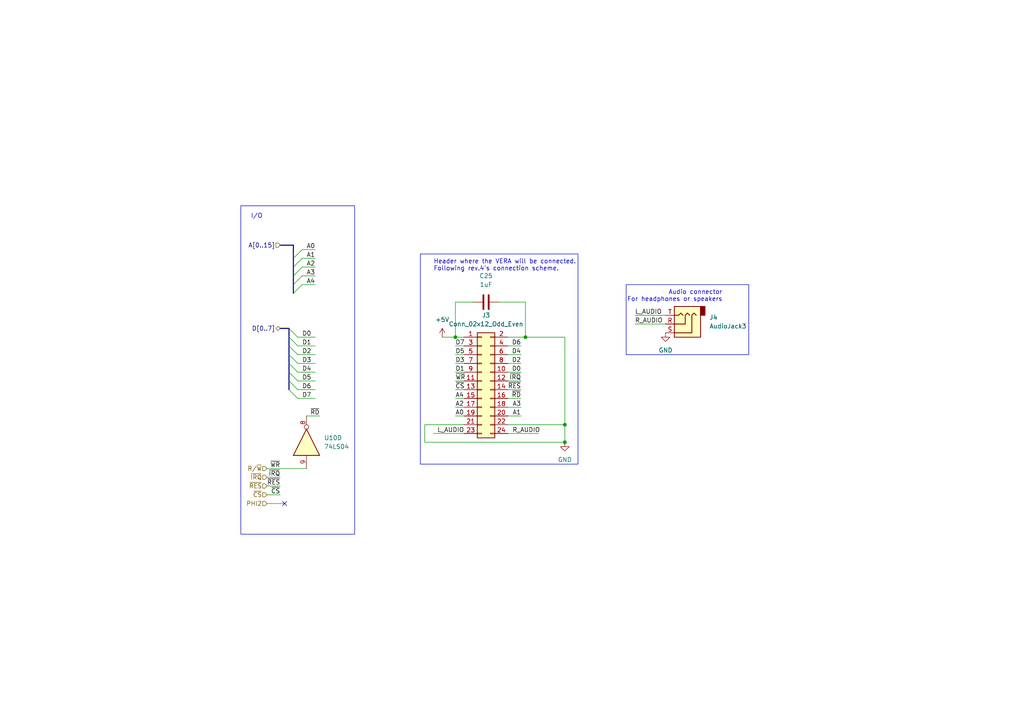
<source format=kicad_sch>
(kicad_sch (version 20230121) (generator eeschema)

  (uuid b35798e6-401a-4a3a-9508-7dd4809680e5)

  (paper "A4")

  (lib_symbols
    (symbol "74xx:74LS04" (in_bom yes) (on_board yes)
      (property "Reference" "U" (at 0 1.27 0)
        (effects (font (size 1.27 1.27)))
      )
      (property "Value" "74LS04" (at 0 -1.27 0)
        (effects (font (size 1.27 1.27)))
      )
      (property "Footprint" "" (at 0 0 0)
        (effects (font (size 1.27 1.27)) hide)
      )
      (property "Datasheet" "http://www.ti.com/lit/gpn/sn74LS04" (at 0 0 0)
        (effects (font (size 1.27 1.27)) hide)
      )
      (property "ki_locked" "" (at 0 0 0)
        (effects (font (size 1.27 1.27)))
      )
      (property "ki_keywords" "TTL not inv" (at 0 0 0)
        (effects (font (size 1.27 1.27)) hide)
      )
      (property "ki_description" "Hex Inverter" (at 0 0 0)
        (effects (font (size 1.27 1.27)) hide)
      )
      (property "ki_fp_filters" "DIP*W7.62mm* SSOP?14* TSSOP?14*" (at 0 0 0)
        (effects (font (size 1.27 1.27)) hide)
      )
      (symbol "74LS04_1_0"
        (polyline
          (pts
            (xy -3.81 3.81)
            (xy -3.81 -3.81)
            (xy 3.81 0)
            (xy -3.81 3.81)
          )
          (stroke (width 0.254) (type default))
          (fill (type background))
        )
        (pin input line (at -7.62 0 0) (length 3.81)
          (name "~" (effects (font (size 1.27 1.27))))
          (number "1" (effects (font (size 1.27 1.27))))
        )
        (pin output inverted (at 7.62 0 180) (length 3.81)
          (name "~" (effects (font (size 1.27 1.27))))
          (number "2" (effects (font (size 1.27 1.27))))
        )
      )
      (symbol "74LS04_2_0"
        (polyline
          (pts
            (xy -3.81 3.81)
            (xy -3.81 -3.81)
            (xy 3.81 0)
            (xy -3.81 3.81)
          )
          (stroke (width 0.254) (type default))
          (fill (type background))
        )
        (pin input line (at -7.62 0 0) (length 3.81)
          (name "~" (effects (font (size 1.27 1.27))))
          (number "3" (effects (font (size 1.27 1.27))))
        )
        (pin output inverted (at 7.62 0 180) (length 3.81)
          (name "~" (effects (font (size 1.27 1.27))))
          (number "4" (effects (font (size 1.27 1.27))))
        )
      )
      (symbol "74LS04_3_0"
        (polyline
          (pts
            (xy -3.81 3.81)
            (xy -3.81 -3.81)
            (xy 3.81 0)
            (xy -3.81 3.81)
          )
          (stroke (width 0.254) (type default))
          (fill (type background))
        )
        (pin input line (at -7.62 0 0) (length 3.81)
          (name "~" (effects (font (size 1.27 1.27))))
          (number "5" (effects (font (size 1.27 1.27))))
        )
        (pin output inverted (at 7.62 0 180) (length 3.81)
          (name "~" (effects (font (size 1.27 1.27))))
          (number "6" (effects (font (size 1.27 1.27))))
        )
      )
      (symbol "74LS04_4_0"
        (polyline
          (pts
            (xy -3.81 3.81)
            (xy -3.81 -3.81)
            (xy 3.81 0)
            (xy -3.81 3.81)
          )
          (stroke (width 0.254) (type default))
          (fill (type background))
        )
        (pin output inverted (at 7.62 0 180) (length 3.81)
          (name "~" (effects (font (size 1.27 1.27))))
          (number "8" (effects (font (size 1.27 1.27))))
        )
        (pin input line (at -7.62 0 0) (length 3.81)
          (name "~" (effects (font (size 1.27 1.27))))
          (number "9" (effects (font (size 1.27 1.27))))
        )
      )
      (symbol "74LS04_5_0"
        (polyline
          (pts
            (xy -3.81 3.81)
            (xy -3.81 -3.81)
            (xy 3.81 0)
            (xy -3.81 3.81)
          )
          (stroke (width 0.254) (type default))
          (fill (type background))
        )
        (pin output inverted (at 7.62 0 180) (length 3.81)
          (name "~" (effects (font (size 1.27 1.27))))
          (number "10" (effects (font (size 1.27 1.27))))
        )
        (pin input line (at -7.62 0 0) (length 3.81)
          (name "~" (effects (font (size 1.27 1.27))))
          (number "11" (effects (font (size 1.27 1.27))))
        )
      )
      (symbol "74LS04_6_0"
        (polyline
          (pts
            (xy -3.81 3.81)
            (xy -3.81 -3.81)
            (xy 3.81 0)
            (xy -3.81 3.81)
          )
          (stroke (width 0.254) (type default))
          (fill (type background))
        )
        (pin output inverted (at 7.62 0 180) (length 3.81)
          (name "~" (effects (font (size 1.27 1.27))))
          (number "12" (effects (font (size 1.27 1.27))))
        )
        (pin input line (at -7.62 0 0) (length 3.81)
          (name "~" (effects (font (size 1.27 1.27))))
          (number "13" (effects (font (size 1.27 1.27))))
        )
      )
      (symbol "74LS04_7_0"
        (pin power_in line (at 0 12.7 270) (length 5.08)
          (name "VCC" (effects (font (size 1.27 1.27))))
          (number "14" (effects (font (size 1.27 1.27))))
        )
        (pin power_in line (at 0 -12.7 90) (length 5.08)
          (name "GND" (effects (font (size 1.27 1.27))))
          (number "7" (effects (font (size 1.27 1.27))))
        )
      )
      (symbol "74LS04_7_1"
        (rectangle (start -5.08 7.62) (end 5.08 -7.62)
          (stroke (width 0.254) (type default))
          (fill (type background))
        )
      )
    )
    (symbol "Connector_Audio:AudioJack3" (in_bom yes) (on_board yes)
      (property "Reference" "J" (at 0 8.89 0)
        (effects (font (size 1.27 1.27)))
      )
      (property "Value" "AudioJack3" (at 0 6.35 0)
        (effects (font (size 1.27 1.27)))
      )
      (property "Footprint" "" (at 0 0 0)
        (effects (font (size 1.27 1.27)) hide)
      )
      (property "Datasheet" "~" (at 0 0 0)
        (effects (font (size 1.27 1.27)) hide)
      )
      (property "ki_keywords" "audio jack receptacle stereo headphones phones TRS connector" (at 0 0 0)
        (effects (font (size 1.27 1.27)) hide)
      )
      (property "ki_description" "Audio Jack, 3 Poles (Stereo / TRS)" (at 0 0 0)
        (effects (font (size 1.27 1.27)) hide)
      )
      (property "ki_fp_filters" "Jack*" (at 0 0 0)
        (effects (font (size 1.27 1.27)) hide)
      )
      (symbol "AudioJack3_0_1"
        (rectangle (start -5.08 -5.08) (end -6.35 -2.54)
          (stroke (width 0.254) (type default))
          (fill (type outline))
        )
        (polyline
          (pts
            (xy 0 -2.54)
            (xy 0.635 -3.175)
            (xy 1.27 -2.54)
            (xy 2.54 -2.54)
          )
          (stroke (width 0.254) (type default))
          (fill (type none))
        )
        (polyline
          (pts
            (xy -1.905 -2.54)
            (xy -1.27 -3.175)
            (xy -0.635 -2.54)
            (xy -0.635 0)
            (xy 2.54 0)
          )
          (stroke (width 0.254) (type default))
          (fill (type none))
        )
        (polyline
          (pts
            (xy 2.54 2.54)
            (xy -2.54 2.54)
            (xy -2.54 -2.54)
            (xy -3.175 -3.175)
            (xy -3.81 -2.54)
          )
          (stroke (width 0.254) (type default))
          (fill (type none))
        )
        (rectangle (start 2.54 3.81) (end -5.08 -5.08)
          (stroke (width 0.254) (type default))
          (fill (type background))
        )
      )
      (symbol "AudioJack3_1_1"
        (pin passive line (at 5.08 0 180) (length 2.54)
          (name "~" (effects (font (size 1.27 1.27))))
          (number "R" (effects (font (size 1.27 1.27))))
        )
        (pin passive line (at 5.08 2.54 180) (length 2.54)
          (name "~" (effects (font (size 1.27 1.27))))
          (number "S" (effects (font (size 1.27 1.27))))
        )
        (pin passive line (at 5.08 -2.54 180) (length 2.54)
          (name "~" (effects (font (size 1.27 1.27))))
          (number "T" (effects (font (size 1.27 1.27))))
        )
      )
    )
    (symbol "Connector_Generic:Conn_02x12_Odd_Even" (pin_names (offset 1.016) hide) (in_bom yes) (on_board yes)
      (property "Reference" "J" (at 1.27 15.24 0)
        (effects (font (size 1.27 1.27)))
      )
      (property "Value" "Conn_02x12_Odd_Even" (at 1.27 -17.78 0)
        (effects (font (size 1.27 1.27)))
      )
      (property "Footprint" "" (at 0 0 0)
        (effects (font (size 1.27 1.27)) hide)
      )
      (property "Datasheet" "~" (at 0 0 0)
        (effects (font (size 1.27 1.27)) hide)
      )
      (property "ki_keywords" "connector" (at 0 0 0)
        (effects (font (size 1.27 1.27)) hide)
      )
      (property "ki_description" "Generic connector, double row, 02x12, odd/even pin numbering scheme (row 1 odd numbers, row 2 even numbers), script generated (kicad-library-utils/schlib/autogen/connector/)" (at 0 0 0)
        (effects (font (size 1.27 1.27)) hide)
      )
      (property "ki_fp_filters" "Connector*:*_2x??_*" (at 0 0 0)
        (effects (font (size 1.27 1.27)) hide)
      )
      (symbol "Conn_02x12_Odd_Even_1_1"
        (rectangle (start -1.27 -15.113) (end 0 -15.367)
          (stroke (width 0.1524) (type default))
          (fill (type none))
        )
        (rectangle (start -1.27 -12.573) (end 0 -12.827)
          (stroke (width 0.1524) (type default))
          (fill (type none))
        )
        (rectangle (start -1.27 -10.033) (end 0 -10.287)
          (stroke (width 0.1524) (type default))
          (fill (type none))
        )
        (rectangle (start -1.27 -7.493) (end 0 -7.747)
          (stroke (width 0.1524) (type default))
          (fill (type none))
        )
        (rectangle (start -1.27 -4.953) (end 0 -5.207)
          (stroke (width 0.1524) (type default))
          (fill (type none))
        )
        (rectangle (start -1.27 -2.413) (end 0 -2.667)
          (stroke (width 0.1524) (type default))
          (fill (type none))
        )
        (rectangle (start -1.27 0.127) (end 0 -0.127)
          (stroke (width 0.1524) (type default))
          (fill (type none))
        )
        (rectangle (start -1.27 2.667) (end 0 2.413)
          (stroke (width 0.1524) (type default))
          (fill (type none))
        )
        (rectangle (start -1.27 5.207) (end 0 4.953)
          (stroke (width 0.1524) (type default))
          (fill (type none))
        )
        (rectangle (start -1.27 7.747) (end 0 7.493)
          (stroke (width 0.1524) (type default))
          (fill (type none))
        )
        (rectangle (start -1.27 10.287) (end 0 10.033)
          (stroke (width 0.1524) (type default))
          (fill (type none))
        )
        (rectangle (start -1.27 12.827) (end 0 12.573)
          (stroke (width 0.1524) (type default))
          (fill (type none))
        )
        (rectangle (start -1.27 13.97) (end 3.81 -16.51)
          (stroke (width 0.254) (type default))
          (fill (type background))
        )
        (rectangle (start 3.81 -15.113) (end 2.54 -15.367)
          (stroke (width 0.1524) (type default))
          (fill (type none))
        )
        (rectangle (start 3.81 -12.573) (end 2.54 -12.827)
          (stroke (width 0.1524) (type default))
          (fill (type none))
        )
        (rectangle (start 3.81 -10.033) (end 2.54 -10.287)
          (stroke (width 0.1524) (type default))
          (fill (type none))
        )
        (rectangle (start 3.81 -7.493) (end 2.54 -7.747)
          (stroke (width 0.1524) (type default))
          (fill (type none))
        )
        (rectangle (start 3.81 -4.953) (end 2.54 -5.207)
          (stroke (width 0.1524) (type default))
          (fill (type none))
        )
        (rectangle (start 3.81 -2.413) (end 2.54 -2.667)
          (stroke (width 0.1524) (type default))
          (fill (type none))
        )
        (rectangle (start 3.81 0.127) (end 2.54 -0.127)
          (stroke (width 0.1524) (type default))
          (fill (type none))
        )
        (rectangle (start 3.81 2.667) (end 2.54 2.413)
          (stroke (width 0.1524) (type default))
          (fill (type none))
        )
        (rectangle (start 3.81 5.207) (end 2.54 4.953)
          (stroke (width 0.1524) (type default))
          (fill (type none))
        )
        (rectangle (start 3.81 7.747) (end 2.54 7.493)
          (stroke (width 0.1524) (type default))
          (fill (type none))
        )
        (rectangle (start 3.81 10.287) (end 2.54 10.033)
          (stroke (width 0.1524) (type default))
          (fill (type none))
        )
        (rectangle (start 3.81 12.827) (end 2.54 12.573)
          (stroke (width 0.1524) (type default))
          (fill (type none))
        )
        (pin passive line (at -5.08 12.7 0) (length 3.81)
          (name "Pin_1" (effects (font (size 1.27 1.27))))
          (number "1" (effects (font (size 1.27 1.27))))
        )
        (pin passive line (at 7.62 2.54 180) (length 3.81)
          (name "Pin_10" (effects (font (size 1.27 1.27))))
          (number "10" (effects (font (size 1.27 1.27))))
        )
        (pin passive line (at -5.08 0 0) (length 3.81)
          (name "Pin_11" (effects (font (size 1.27 1.27))))
          (number "11" (effects (font (size 1.27 1.27))))
        )
        (pin passive line (at 7.62 0 180) (length 3.81)
          (name "Pin_12" (effects (font (size 1.27 1.27))))
          (number "12" (effects (font (size 1.27 1.27))))
        )
        (pin passive line (at -5.08 -2.54 0) (length 3.81)
          (name "Pin_13" (effects (font (size 1.27 1.27))))
          (number "13" (effects (font (size 1.27 1.27))))
        )
        (pin passive line (at 7.62 -2.54 180) (length 3.81)
          (name "Pin_14" (effects (font (size 1.27 1.27))))
          (number "14" (effects (font (size 1.27 1.27))))
        )
        (pin passive line (at -5.08 -5.08 0) (length 3.81)
          (name "Pin_15" (effects (font (size 1.27 1.27))))
          (number "15" (effects (font (size 1.27 1.27))))
        )
        (pin passive line (at 7.62 -5.08 180) (length 3.81)
          (name "Pin_16" (effects (font (size 1.27 1.27))))
          (number "16" (effects (font (size 1.27 1.27))))
        )
        (pin passive line (at -5.08 -7.62 0) (length 3.81)
          (name "Pin_17" (effects (font (size 1.27 1.27))))
          (number "17" (effects (font (size 1.27 1.27))))
        )
        (pin passive line (at 7.62 -7.62 180) (length 3.81)
          (name "Pin_18" (effects (font (size 1.27 1.27))))
          (number "18" (effects (font (size 1.27 1.27))))
        )
        (pin passive line (at -5.08 -10.16 0) (length 3.81)
          (name "Pin_19" (effects (font (size 1.27 1.27))))
          (number "19" (effects (font (size 1.27 1.27))))
        )
        (pin passive line (at 7.62 12.7 180) (length 3.81)
          (name "Pin_2" (effects (font (size 1.27 1.27))))
          (number "2" (effects (font (size 1.27 1.27))))
        )
        (pin passive line (at 7.62 -10.16 180) (length 3.81)
          (name "Pin_20" (effects (font (size 1.27 1.27))))
          (number "20" (effects (font (size 1.27 1.27))))
        )
        (pin passive line (at -5.08 -12.7 0) (length 3.81)
          (name "Pin_21" (effects (font (size 1.27 1.27))))
          (number "21" (effects (font (size 1.27 1.27))))
        )
        (pin passive line (at 7.62 -12.7 180) (length 3.81)
          (name "Pin_22" (effects (font (size 1.27 1.27))))
          (number "22" (effects (font (size 1.27 1.27))))
        )
        (pin passive line (at -5.08 -15.24 0) (length 3.81)
          (name "Pin_23" (effects (font (size 1.27 1.27))))
          (number "23" (effects (font (size 1.27 1.27))))
        )
        (pin passive line (at 7.62 -15.24 180) (length 3.81)
          (name "Pin_24" (effects (font (size 1.27 1.27))))
          (number "24" (effects (font (size 1.27 1.27))))
        )
        (pin passive line (at -5.08 10.16 0) (length 3.81)
          (name "Pin_3" (effects (font (size 1.27 1.27))))
          (number "3" (effects (font (size 1.27 1.27))))
        )
        (pin passive line (at 7.62 10.16 180) (length 3.81)
          (name "Pin_4" (effects (font (size 1.27 1.27))))
          (number "4" (effects (font (size 1.27 1.27))))
        )
        (pin passive line (at -5.08 7.62 0) (length 3.81)
          (name "Pin_5" (effects (font (size 1.27 1.27))))
          (number "5" (effects (font (size 1.27 1.27))))
        )
        (pin passive line (at 7.62 7.62 180) (length 3.81)
          (name "Pin_6" (effects (font (size 1.27 1.27))))
          (number "6" (effects (font (size 1.27 1.27))))
        )
        (pin passive line (at -5.08 5.08 0) (length 3.81)
          (name "Pin_7" (effects (font (size 1.27 1.27))))
          (number "7" (effects (font (size 1.27 1.27))))
        )
        (pin passive line (at 7.62 5.08 180) (length 3.81)
          (name "Pin_8" (effects (font (size 1.27 1.27))))
          (number "8" (effects (font (size 1.27 1.27))))
        )
        (pin passive line (at -5.08 2.54 0) (length 3.81)
          (name "Pin_9" (effects (font (size 1.27 1.27))))
          (number "9" (effects (font (size 1.27 1.27))))
        )
      )
    )
    (symbol "Device:C" (pin_numbers hide) (pin_names (offset 0.254)) (in_bom yes) (on_board yes)
      (property "Reference" "C" (at 0.635 2.54 0)
        (effects (font (size 1.27 1.27)) (justify left))
      )
      (property "Value" "C" (at 0.635 -2.54 0)
        (effects (font (size 1.27 1.27)) (justify left))
      )
      (property "Footprint" "" (at 0.9652 -3.81 0)
        (effects (font (size 1.27 1.27)) hide)
      )
      (property "Datasheet" "~" (at 0 0 0)
        (effects (font (size 1.27 1.27)) hide)
      )
      (property "ki_keywords" "cap capacitor" (at 0 0 0)
        (effects (font (size 1.27 1.27)) hide)
      )
      (property "ki_description" "Unpolarized capacitor" (at 0 0 0)
        (effects (font (size 1.27 1.27)) hide)
      )
      (property "ki_fp_filters" "C_*" (at 0 0 0)
        (effects (font (size 1.27 1.27)) hide)
      )
      (symbol "C_0_1"
        (polyline
          (pts
            (xy -2.032 -0.762)
            (xy 2.032 -0.762)
          )
          (stroke (width 0.508) (type default))
          (fill (type none))
        )
        (polyline
          (pts
            (xy -2.032 0.762)
            (xy 2.032 0.762)
          )
          (stroke (width 0.508) (type default))
          (fill (type none))
        )
      )
      (symbol "C_1_1"
        (pin passive line (at 0 3.81 270) (length 2.794)
          (name "~" (effects (font (size 1.27 1.27))))
          (number "1" (effects (font (size 1.27 1.27))))
        )
        (pin passive line (at 0 -3.81 90) (length 2.794)
          (name "~" (effects (font (size 1.27 1.27))))
          (number "2" (effects (font (size 1.27 1.27))))
        )
      )
    )
    (symbol "power:+5V" (power) (pin_names (offset 0)) (in_bom yes) (on_board yes)
      (property "Reference" "#PWR" (at 0 -3.81 0)
        (effects (font (size 1.27 1.27)) hide)
      )
      (property "Value" "+5V" (at 0 3.556 0)
        (effects (font (size 1.27 1.27)))
      )
      (property "Footprint" "" (at 0 0 0)
        (effects (font (size 1.27 1.27)) hide)
      )
      (property "Datasheet" "" (at 0 0 0)
        (effects (font (size 1.27 1.27)) hide)
      )
      (property "ki_keywords" "global power" (at 0 0 0)
        (effects (font (size 1.27 1.27)) hide)
      )
      (property "ki_description" "Power symbol creates a global label with name \"+5V\"" (at 0 0 0)
        (effects (font (size 1.27 1.27)) hide)
      )
      (symbol "+5V_0_1"
        (polyline
          (pts
            (xy -0.762 1.27)
            (xy 0 2.54)
          )
          (stroke (width 0) (type default))
          (fill (type none))
        )
        (polyline
          (pts
            (xy 0 0)
            (xy 0 2.54)
          )
          (stroke (width 0) (type default))
          (fill (type none))
        )
        (polyline
          (pts
            (xy 0 2.54)
            (xy 0.762 1.27)
          )
          (stroke (width 0) (type default))
          (fill (type none))
        )
      )
      (symbol "+5V_1_1"
        (pin power_in line (at 0 0 90) (length 0) hide
          (name "+5V" (effects (font (size 1.27 1.27))))
          (number "1" (effects (font (size 1.27 1.27))))
        )
      )
    )
    (symbol "power:GND" (power) (pin_names (offset 0)) (in_bom yes) (on_board yes)
      (property "Reference" "#PWR" (at 0 -6.35 0)
        (effects (font (size 1.27 1.27)) hide)
      )
      (property "Value" "GND" (at 0 -3.81 0)
        (effects (font (size 1.27 1.27)))
      )
      (property "Footprint" "" (at 0 0 0)
        (effects (font (size 1.27 1.27)) hide)
      )
      (property "Datasheet" "" (at 0 0 0)
        (effects (font (size 1.27 1.27)) hide)
      )
      (property "ki_keywords" "global power" (at 0 0 0)
        (effects (font (size 1.27 1.27)) hide)
      )
      (property "ki_description" "Power symbol creates a global label with name \"GND\" , ground" (at 0 0 0)
        (effects (font (size 1.27 1.27)) hide)
      )
      (symbol "GND_0_1"
        (polyline
          (pts
            (xy 0 0)
            (xy 0 -1.27)
            (xy 1.27 -1.27)
            (xy 0 -2.54)
            (xy -1.27 -1.27)
            (xy 0 -1.27)
          )
          (stroke (width 0) (type default))
          (fill (type none))
        )
      )
      (symbol "GND_1_1"
        (pin power_in line (at 0 0 270) (length 0) hide
          (name "GND" (effects (font (size 1.27 1.27))))
          (number "1" (effects (font (size 1.27 1.27))))
        )
      )
    )
  )

  (junction (at 152.4 97.79) (diameter 0) (color 0 0 0 0)
    (uuid 41463e9b-ea91-4ec4-87c8-3d02a904fa5a)
  )
  (junction (at 163.83 128.27) (diameter 0) (color 0 0 0 0)
    (uuid b379053c-b85f-4f52-815c-45c5d2c25b5f)
  )
  (junction (at 163.83 123.19) (diameter 0) (color 0 0 0 0)
    (uuid e9a4e8e8-66d3-45b5-adbb-01de9280d773)
  )
  (junction (at 132.08 97.79) (diameter 0) (color 0 0 0 0)
    (uuid ec188cf0-ad3b-4765-a5c1-b438a723e4dd)
  )

  (no_connect (at 82.55 146.05) (uuid 2a9720c1-1a45-4a25-a027-33f673e829fd))

  (bus_entry (at 86.36 100.33) (size -2.54 -2.54)
    (stroke (width 0) (type default))
    (uuid 09528df6-4d08-4fc6-97a1-1515d74e2d2f)
  )
  (bus_entry (at 86.36 113.03) (size -2.54 -2.54)
    (stroke (width 0) (type default))
    (uuid 1173b090-210b-422f-b37f-e169610187ba)
  )
  (bus_entry (at 86.36 110.49) (size -2.54 -2.54)
    (stroke (width 0) (type default))
    (uuid 1ec60afd-506a-4aaf-a919-238b227f2aa9)
  )
  (bus_entry (at 86.36 115.57) (size -2.54 -2.54)
    (stroke (width 0) (type default))
    (uuid 2b443ecb-876b-4bcf-9c31-9e12244e4997)
  )
  (bus_entry (at 87.63 74.93) (size -2.54 2.54)
    (stroke (width 0) (type default))
    (uuid 5283b07a-043e-4592-888e-56d86decaff0)
  )
  (bus_entry (at 87.63 72.39) (size -2.54 2.54)
    (stroke (width 0) (type default))
    (uuid 5aa132c8-43af-4837-beec-3854073fa4fc)
  )
  (bus_entry (at 87.63 82.55) (size -2.54 2.54)
    (stroke (width 0) (type default))
    (uuid 9fd59a3d-6cdf-4f79-87ff-c2b043975132)
  )
  (bus_entry (at 86.36 97.79) (size -2.54 -2.54)
    (stroke (width 0) (type default))
    (uuid bbca68c8-968e-4ce2-9dc4-7b43b29ae0bb)
  )
  (bus_entry (at 87.63 80.01) (size -2.54 2.54)
    (stroke (width 0) (type default))
    (uuid d4f38a15-7e6e-400b-996b-179a3f1cf36e)
  )
  (bus_entry (at 86.36 105.41) (size -2.54 -2.54)
    (stroke (width 0) (type default))
    (uuid d69db503-700e-4903-b5e4-0c08a78a1c57)
  )
  (bus_entry (at 86.36 107.95) (size -2.54 -2.54)
    (stroke (width 0) (type default))
    (uuid d95584b8-9512-4bfe-8e9b-5cf4208c8af7)
  )
  (bus_entry (at 86.36 102.87) (size -2.54 -2.54)
    (stroke (width 0) (type default))
    (uuid f2554b32-73cd-4e2c-926c-aaf913379228)
  )
  (bus_entry (at 87.63 77.47) (size -2.54 2.54)
    (stroke (width 0) (type default))
    (uuid f8c593a0-b5fe-42d4-847a-2859d436daa5)
  )

  (wire (pts (xy 147.32 105.41) (xy 151.13 105.41))
    (stroke (width 0) (type default))
    (uuid 01de5a0b-af7b-4f15-b057-6e1803acbde3)
  )
  (wire (pts (xy 132.08 107.95) (xy 134.62 107.95))
    (stroke (width 0) (type default))
    (uuid 029d5a6f-1945-4165-bf98-72cf96228864)
  )
  (wire (pts (xy 86.36 107.95) (xy 91.44 107.95))
    (stroke (width 0) (type default))
    (uuid 0eed1722-48f0-4438-82e7-00aba6e20db6)
  )
  (wire (pts (xy 132.08 110.49) (xy 134.62 110.49))
    (stroke (width 0) (type default))
    (uuid 15289ff4-02f8-48f0-80de-cf64d4782a36)
  )
  (wire (pts (xy 87.63 74.93) (xy 91.44 74.93))
    (stroke (width 0) (type default))
    (uuid 1a1c7112-1cc1-4d79-a440-c67bfbecee5c)
  )
  (wire (pts (xy 132.08 100.33) (xy 134.62 100.33))
    (stroke (width 0) (type default))
    (uuid 1b38ab6f-7720-488f-9e36-cb516363c0de)
  )
  (wire (pts (xy 132.08 120.65) (xy 134.62 120.65))
    (stroke (width 0) (type default))
    (uuid 201fe89f-29c0-4c8b-8ab0-e7b3f486ec67)
  )
  (wire (pts (xy 87.63 80.01) (xy 91.44 80.01))
    (stroke (width 0) (type default))
    (uuid 22f33519-aa3f-4a1f-b721-1125ac75e89e)
  )
  (wire (pts (xy 132.08 113.03) (xy 134.62 113.03))
    (stroke (width 0) (type default))
    (uuid 25518280-b7f0-4a92-9c11-f7cd824c64f1)
  )
  (bus (pts (xy 85.09 77.47) (xy 85.09 80.01))
    (stroke (width 0) (type default))
    (uuid 26cb6769-2f00-41da-9eaa-d61e06740fab)
  )

  (wire (pts (xy 87.63 72.39) (xy 91.44 72.39))
    (stroke (width 0) (type default))
    (uuid 28cfc020-520f-4e54-89ff-9c953904e8f5)
  )
  (wire (pts (xy 123.19 128.27) (xy 163.83 128.27))
    (stroke (width 0) (type default))
    (uuid 29dc4a23-6ecd-4ff2-94cd-b6ba0f9342f4)
  )
  (wire (pts (xy 163.83 97.79) (xy 152.4 97.79))
    (stroke (width 0) (type default))
    (uuid 2a6a924d-9e9d-4597-83f3-2f55b2d2409f)
  )
  (wire (pts (xy 147.32 125.73) (xy 156.21 125.73))
    (stroke (width 0) (type default))
    (uuid 2b15cdb4-ad28-4461-8190-45865b52429e)
  )
  (wire (pts (xy 144.78 87.63) (xy 152.4 87.63))
    (stroke (width 0) (type default))
    (uuid 2c74369c-21c3-41c9-b37d-1647d866cf38)
  )
  (wire (pts (xy 147.32 118.11) (xy 151.13 118.11))
    (stroke (width 0) (type default))
    (uuid 2fabdf2d-e61b-4b3e-8529-ec5e1ef545fc)
  )
  (wire (pts (xy 163.83 128.27) (xy 163.83 123.19))
    (stroke (width 0) (type default))
    (uuid 333d8121-1b25-487b-bceb-8e2af04990fd)
  )
  (wire (pts (xy 163.83 123.19) (xy 163.83 97.79))
    (stroke (width 0) (type default))
    (uuid 333ee1df-2e79-4e67-95af-0328fa5dc0c1)
  )
  (bus (pts (xy 85.09 74.93) (xy 85.09 77.47))
    (stroke (width 0) (type default))
    (uuid 37949eba-d7c1-4eb0-b1b4-bb306e22dfb2)
  )

  (wire (pts (xy 77.47 135.89) (xy 88.9 135.89))
    (stroke (width 0) (type default))
    (uuid 38bf2ede-1e00-4acb-b577-c5db9dbcf53f)
  )
  (wire (pts (xy 77.47 146.05) (xy 82.55 146.05))
    (stroke (width 0) (type default))
    (uuid 43ca4263-0172-447d-adea-1302a059c5b7)
  )
  (wire (pts (xy 128.27 97.79) (xy 132.08 97.79))
    (stroke (width 0) (type default))
    (uuid 44299e3b-7ee4-41a0-8fec-81d857f0c27a)
  )
  (wire (pts (xy 147.32 107.95) (xy 151.13 107.95))
    (stroke (width 0) (type default))
    (uuid 4d0993ba-bd8d-4675-8387-c9949aa798ea)
  )
  (bus (pts (xy 83.82 105.41) (xy 83.82 102.87))
    (stroke (width 0) (type default))
    (uuid 4fe68195-1662-4b1a-805b-410077df3d25)
  )

  (wire (pts (xy 91.44 105.41) (xy 86.36 105.41))
    (stroke (width 0) (type default))
    (uuid 64a77d0c-beaf-43dd-8ebc-b98731b48e73)
  )
  (wire (pts (xy 137.16 87.63) (xy 132.08 87.63))
    (stroke (width 0) (type default))
    (uuid 7a007b41-8d8d-4e11-a07f-33c6a4c7d312)
  )
  (wire (pts (xy 147.32 100.33) (xy 151.13 100.33))
    (stroke (width 0) (type default))
    (uuid 7f5d0c9b-645a-4352-8897-080f222aac9a)
  )
  (wire (pts (xy 123.19 123.19) (xy 134.62 123.19))
    (stroke (width 0) (type default))
    (uuid 8797f684-8329-4435-b3c7-3a6d98e03a6f)
  )
  (wire (pts (xy 184.15 93.98) (xy 193.04 93.98))
    (stroke (width 0) (type default))
    (uuid 88647542-ba48-413b-805e-21a794682b5c)
  )
  (wire (pts (xy 86.36 97.79) (xy 91.44 97.79))
    (stroke (width 0) (type default))
    (uuid 886eca98-d2a3-4fac-84b6-663ce136db26)
  )
  (bus (pts (xy 83.82 100.33) (xy 83.82 97.79))
    (stroke (width 0) (type default))
    (uuid 89a68dca-c951-4937-b2ab-7bb00b20ed60)
  )

  (wire (pts (xy 152.4 87.63) (xy 152.4 97.79))
    (stroke (width 0) (type default))
    (uuid 8b040ea9-d06c-4f32-b833-2c29818c8bbb)
  )
  (bus (pts (xy 85.09 71.12) (xy 85.09 74.93))
    (stroke (width 0) (type default))
    (uuid 93c210d2-eca4-4685-89f9-6d6f6f881257)
  )

  (wire (pts (xy 147.32 120.65) (xy 151.13 120.65))
    (stroke (width 0) (type default))
    (uuid 96703eb2-2f15-4d97-8fd0-401ff74b6732)
  )
  (wire (pts (xy 147.32 102.87) (xy 151.13 102.87))
    (stroke (width 0) (type default))
    (uuid 987fde0f-34f7-4406-8256-a14a30c80625)
  )
  (bus (pts (xy 83.82 95.25) (xy 81.28 95.25))
    (stroke (width 0) (type default))
    (uuid 9b0336e6-806b-4a0b-8900-c8772f5f1387)
  )

  (wire (pts (xy 86.36 102.87) (xy 91.44 102.87))
    (stroke (width 0) (type default))
    (uuid 9dd0bfcd-2a56-48d2-a867-c95c8f061199)
  )
  (wire (pts (xy 147.32 110.49) (xy 151.13 110.49))
    (stroke (width 0) (type default))
    (uuid a08b1eee-4695-4746-b10f-41b7aea46f27)
  )
  (wire (pts (xy 87.63 82.55) (xy 91.44 82.55))
    (stroke (width 0) (type default))
    (uuid a26bc762-9d01-4738-a770-83fdd6bea197)
  )
  (wire (pts (xy 123.19 128.27) (xy 123.19 123.19))
    (stroke (width 0) (type default))
    (uuid a2875f3c-9b95-416c-ab83-3cfc4fa287a9)
  )
  (wire (pts (xy 152.4 97.79) (xy 147.32 97.79))
    (stroke (width 0) (type default))
    (uuid a4193a59-32c6-4b03-8fd5-4767f0849067)
  )
  (wire (pts (xy 77.47 143.51) (xy 81.28 143.51))
    (stroke (width 0) (type default))
    (uuid aa016038-6758-4a44-adfd-7a33acc5c766)
  )
  (wire (pts (xy 88.9 120.65) (xy 92.71 120.65))
    (stroke (width 0) (type default))
    (uuid aef0bd38-15ae-4abb-93e9-e42b5c7daca0)
  )
  (wire (pts (xy 86.36 110.49) (xy 91.44 110.49))
    (stroke (width 0) (type default))
    (uuid b1e5c447-ad98-4beb-9112-6f8ec98a9880)
  )
  (bus (pts (xy 83.82 110.49) (xy 83.82 107.95))
    (stroke (width 0) (type default))
    (uuid ba1f09ff-844c-4d69-8c3c-91563ffa1578)
  )

  (wire (pts (xy 77.47 140.97) (xy 81.28 140.97))
    (stroke (width 0) (type default))
    (uuid bc04c8fe-59b8-40de-bf4c-c00c2998b48f)
  )
  (wire (pts (xy 132.08 115.57) (xy 134.62 115.57))
    (stroke (width 0) (type default))
    (uuid c5333321-95f3-496a-a696-43d080e5ce30)
  )
  (bus (pts (xy 83.82 97.79) (xy 83.82 95.25))
    (stroke (width 0) (type default))
    (uuid c848e09e-496a-4c0f-9e13-21e1d15718a1)
  )
  (bus (pts (xy 85.09 82.55) (xy 85.09 85.09))
    (stroke (width 0) (type default))
    (uuid c9afc83c-d6fa-4b3a-a1f8-f490c22d20b9)
  )
  (bus (pts (xy 83.82 102.87) (xy 83.82 100.33))
    (stroke (width 0) (type default))
    (uuid ca0ec053-851b-4049-b56b-06a9ba6eb971)
  )

  (wire (pts (xy 77.47 138.43) (xy 81.28 138.43))
    (stroke (width 0) (type default))
    (uuid d0b5f65c-39dc-4de2-8ff2-3e81a143d1de)
  )
  (wire (pts (xy 132.08 97.79) (xy 134.62 97.79))
    (stroke (width 0) (type default))
    (uuid d3bccb46-04a0-425c-b3fe-11e04ce5aef8)
  )
  (wire (pts (xy 91.44 100.33) (xy 86.36 100.33))
    (stroke (width 0) (type default))
    (uuid d498be28-57a2-44d2-9b20-f70ee6209ee4)
  )
  (bus (pts (xy 83.82 113.03) (xy 83.82 110.49))
    (stroke (width 0) (type default))
    (uuid d4e13d71-945f-4348-8330-07b7ab55a6f4)
  )
  (bus (pts (xy 85.09 80.01) (xy 85.09 82.55))
    (stroke (width 0) (type default))
    (uuid d8fba07c-3102-49d1-a9da-477663aac436)
  )

  (wire (pts (xy 86.36 113.03) (xy 91.44 113.03))
    (stroke (width 0) (type default))
    (uuid dd2ecc88-3678-48c8-a0a6-e1d649290cde)
  )
  (wire (pts (xy 132.08 118.11) (xy 134.62 118.11))
    (stroke (width 0) (type default))
    (uuid df14b31d-2a75-4a50-aa22-19255565f51d)
  )
  (wire (pts (xy 147.32 115.57) (xy 151.13 115.57))
    (stroke (width 0) (type default))
    (uuid e0edb1e8-4cba-4be6-b488-0a03c1b52395)
  )
  (wire (pts (xy 125.73 125.73) (xy 134.62 125.73))
    (stroke (width 0) (type default))
    (uuid e1919438-97f4-49de-965f-6eeff43220bd)
  )
  (bus (pts (xy 83.82 107.95) (xy 83.82 105.41))
    (stroke (width 0) (type default))
    (uuid e42196a2-498f-443b-be08-55ae32d68b18)
  )

  (wire (pts (xy 147.32 113.03) (xy 151.13 113.03))
    (stroke (width 0) (type default))
    (uuid e81cfd70-8909-4602-ad1d-e23cfb61a378)
  )
  (bus (pts (xy 85.09 71.12) (xy 81.28 71.12))
    (stroke (width 0) (type default))
    (uuid e84c6eb2-307e-4204-a4d0-adc7320e785a)
  )

  (wire (pts (xy 184.15 91.44) (xy 193.04 91.44))
    (stroke (width 0) (type default))
    (uuid e8df1639-8561-43f9-a78d-4d0a8c599406)
  )
  (wire (pts (xy 132.08 102.87) (xy 134.62 102.87))
    (stroke (width 0) (type default))
    (uuid e98e29c4-0de0-477a-aff8-7cfdd7033ef1)
  )
  (wire (pts (xy 132.08 87.63) (xy 132.08 97.79))
    (stroke (width 0) (type default))
    (uuid f090ff86-40f1-4f9d-9aa1-f6c5d683d35e)
  )
  (wire (pts (xy 132.08 105.41) (xy 134.62 105.41))
    (stroke (width 0) (type default))
    (uuid f0d11589-2aa4-48ee-85dd-f1398a71256e)
  )
  (wire (pts (xy 91.44 115.57) (xy 86.36 115.57))
    (stroke (width 0) (type default))
    (uuid f6d44d78-f542-4c45-baed-262c4ae42066)
  )
  (wire (pts (xy 147.32 123.19) (xy 163.83 123.19))
    (stroke (width 0) (type default))
    (uuid faba83ad-a60a-4a40-9bca-e0fd445af342)
  )
  (wire (pts (xy 87.63 77.47) (xy 91.44 77.47))
    (stroke (width 0) (type default))
    (uuid fd5039b5-beea-4798-b206-be5d48c89602)
  )

  (rectangle (start 121.92 73.66) (end 167.64 134.62)
    (stroke (width 0) (type default))
    (fill (type none))
    (uuid 8347a4c2-9e76-425f-91d0-7b9daf7c7af9)
  )
  (rectangle (start 181.61 82.55) (end 217.17 102.87)
    (stroke (width 0) (type default))
    (fill (type none))
    (uuid 952101ae-b86a-4857-8e9b-02ab73e4b9be)
  )
  (rectangle (start 69.85 59.69) (end 102.87 154.94)
    (stroke (width 0) (type default))
    (fill (type none))
    (uuid f8fe2318-496f-4159-b0e9-60a8cac185fd)
  )

  (text "Audio connector\nFor headphones or speakers" (at 209.55 87.63 0)
    (effects (font (size 1.27 1.27)) (justify right bottom))
    (uuid a88c745d-1656-49bd-8b02-4cd3b538daab)
  )
  (text "I/O" (at 76.2 63.5 0)
    (effects (font (size 1.27 1.27)) (justify right bottom))
    (uuid aefa804d-a929-42f3-8e6f-04b5f1347756)
  )
  (text "Header where the VERA will be connected.\nFollowing rev.4's connection scheme."
    (at 125.73 78.74 0)
    (effects (font (size 1.27 1.27)) (justify left bottom))
    (uuid bde6816b-1aca-4b06-ba18-05b3a5367bcd)
  )

  (label "~{WR}" (at 132.08 110.49 0) (fields_autoplaced)
    (effects (font (size 1.27 1.27)) (justify left bottom))
    (uuid 04db2326-6f16-4808-8112-0cb32dc670c3)
  )
  (label "D0" (at 87.63 97.79 0) (fields_autoplaced)
    (effects (font (size 1.27 1.27)) (justify left bottom))
    (uuid 0593c5c3-3533-470e-8e29-0fb9955e0801)
  )
  (label "A0" (at 88.9 72.39 0) (fields_autoplaced)
    (effects (font (size 1.27 1.27)) (justify left bottom))
    (uuid 1b137d39-ae04-430d-8044-85841499832f)
  )
  (label "~{WR}" (at 81.28 135.89 180) (fields_autoplaced)
    (effects (font (size 1.27 1.27)) (justify right bottom))
    (uuid 28df79ab-9a09-4c29-a95a-30956cc731d6)
  )
  (label "D7" (at 87.63 115.57 0) (fields_autoplaced)
    (effects (font (size 1.27 1.27)) (justify left bottom))
    (uuid 2efb68a2-a2e1-43a7-9221-9397c97c28d8)
  )
  (label "D1" (at 87.63 100.33 0) (fields_autoplaced)
    (effects (font (size 1.27 1.27)) (justify left bottom))
    (uuid 309fe741-9301-42d5-a12d-932cd0014d6f)
  )
  (label "A4" (at 88.9 82.55 0) (fields_autoplaced)
    (effects (font (size 1.27 1.27)) (justify left bottom))
    (uuid 32967f27-6d24-4226-b5b7-c000e33987d4)
  )
  (label "A2" (at 132.08 118.11 0) (fields_autoplaced)
    (effects (font (size 1.27 1.27)) (justify left bottom))
    (uuid 3c891a95-f750-4955-87a0-f04ecf0eb1bf)
  )
  (label "D3" (at 87.63 105.41 0) (fields_autoplaced)
    (effects (font (size 1.27 1.27)) (justify left bottom))
    (uuid 3f93b9b7-5dc0-4a80-8d7e-3fd55f5b55ae)
  )
  (label "R_AUDIO" (at 184.15 93.98 0) (fields_autoplaced)
    (effects (font (size 1.27 1.27)) (justify left bottom))
    (uuid 4558c605-141b-4fb2-8db5-66650e4d3c7e)
  )
  (label "R_AUDIO" (at 148.59 125.73 0) (fields_autoplaced)
    (effects (font (size 1.27 1.27)) (justify left bottom))
    (uuid 5fb4e987-2f13-484a-9251-1a7723624839)
  )
  (label "D5" (at 87.63 110.49 0) (fields_autoplaced)
    (effects (font (size 1.27 1.27)) (justify left bottom))
    (uuid 611564de-20c9-4176-b311-8c662651e219)
  )
  (label "~{RES}" (at 151.13 113.03 180) (fields_autoplaced)
    (effects (font (size 1.27 1.27)) (justify right bottom))
    (uuid 6340678e-18bb-4cd5-9ace-d24562e03a30)
  )
  (label "~{CS}" (at 81.28 143.51 180) (fields_autoplaced)
    (effects (font (size 1.27 1.27)) (justify right bottom))
    (uuid 72e6b97c-1c55-451f-9b5a-c28c7c9e5965)
  )
  (label "D6" (at 151.13 100.33 180) (fields_autoplaced)
    (effects (font (size 1.27 1.27)) (justify right bottom))
    (uuid 75a43134-a99c-4ffc-b379-c8685dfc9052)
  )
  (label "~{IRQ}" (at 81.28 138.43 180) (fields_autoplaced)
    (effects (font (size 1.27 1.27)) (justify right bottom))
    (uuid 79e5a617-33e3-4317-8e48-d4602c6f646a)
  )
  (label "A3" (at 88.9 80.01 0) (fields_autoplaced)
    (effects (font (size 1.27 1.27)) (justify left bottom))
    (uuid 806625f4-0d87-444b-aa8c-b4214770c963)
  )
  (label "A4" (at 132.08 115.57 0) (fields_autoplaced)
    (effects (font (size 1.27 1.27)) (justify left bottom))
    (uuid 8564e205-b33d-4769-bb09-d6ff3987ac37)
  )
  (label "D7" (at 132.08 100.33 0) (fields_autoplaced)
    (effects (font (size 1.27 1.27)) (justify left bottom))
    (uuid 8a5facb9-c39f-4bcf-853f-787acf3ce499)
  )
  (label "~{IRQ}" (at 151.13 110.49 180) (fields_autoplaced)
    (effects (font (size 1.27 1.27)) (justify right bottom))
    (uuid 8ea4019f-76be-4200-b986-83bf5a22e4b0)
  )
  (label "~{CS}" (at 132.08 113.03 0) (fields_autoplaced)
    (effects (font (size 1.27 1.27)) (justify left bottom))
    (uuid 8f56008a-9f1b-471f-8638-ad4f38461d97)
  )
  (label "D6" (at 87.63 113.03 0) (fields_autoplaced)
    (effects (font (size 1.27 1.27)) (justify left bottom))
    (uuid 9071b752-01d6-461c-a4e8-ade3173f9ead)
  )
  (label "A2" (at 88.9 77.47 0) (fields_autoplaced)
    (effects (font (size 1.27 1.27)) (justify left bottom))
    (uuid 92d48050-69fe-4a47-858d-2d11fe33040b)
  )
  (label "D3" (at 132.08 105.41 0) (fields_autoplaced)
    (effects (font (size 1.27 1.27)) (justify left bottom))
    (uuid a78c7735-fd66-437f-b3a0-87f1e2bbc75c)
  )
  (label "~{RD}" (at 92.71 120.65 180) (fields_autoplaced)
    (effects (font (size 1.27 1.27)) (justify right bottom))
    (uuid b5700002-6539-43d7-8943-831d37704efa)
  )
  (label "D2" (at 87.63 102.87 0) (fields_autoplaced)
    (effects (font (size 1.27 1.27)) (justify left bottom))
    (uuid c8417d31-0fd0-4d4e-9d9d-050bbd3b7a9f)
  )
  (label "~{RD}" (at 151.13 115.57 180) (fields_autoplaced)
    (effects (font (size 1.27 1.27)) (justify right bottom))
    (uuid c92e2b12-4858-4748-acb2-e86b79e38e3e)
  )
  (label "A3" (at 151.13 118.11 180) (fields_autoplaced)
    (effects (font (size 1.27 1.27)) (justify right bottom))
    (uuid ca3d37f5-7848-4ca9-bd95-cf825d3664c9)
  )
  (label "D4" (at 87.63 107.95 0) (fields_autoplaced)
    (effects (font (size 1.27 1.27)) (justify left bottom))
    (uuid cb3d2ffd-f55a-4e4f-ba97-364e2865d91b)
  )
  (label "A1" (at 88.9 74.93 0) (fields_autoplaced)
    (effects (font (size 1.27 1.27)) (justify left bottom))
    (uuid d9fbcc6f-cc76-4f7d-b10c-667e6956821e)
  )
  (label "D0" (at 151.13 107.95 180) (fields_autoplaced)
    (effects (font (size 1.27 1.27)) (justify right bottom))
    (uuid db3f6d88-97af-4272-a5ec-926c744ae70d)
  )
  (label "L_AUDIO" (at 184.15 91.44 0) (fields_autoplaced)
    (effects (font (size 1.27 1.27)) (justify left bottom))
    (uuid e2809a51-07bd-4720-b949-597fe5ef09f7)
  )
  (label "L_AUDIO" (at 134.62 125.73 180) (fields_autoplaced)
    (effects (font (size 1.27 1.27)) (justify right bottom))
    (uuid e6f21086-0c4e-42e3-9eb6-eb394f7c2311)
  )
  (label "D5" (at 132.08 102.87 0) (fields_autoplaced)
    (effects (font (size 1.27 1.27)) (justify left bottom))
    (uuid eca4e416-32f5-4d9d-a9bf-d927cac431ae)
  )
  (label "D4" (at 151.13 102.87 180) (fields_autoplaced)
    (effects (font (size 1.27 1.27)) (justify right bottom))
    (uuid f18da4c5-7ec8-4783-b0d5-231402cc7761)
  )
  (label "A1" (at 151.13 120.65 180) (fields_autoplaced)
    (effects (font (size 1.27 1.27)) (justify right bottom))
    (uuid f202d174-13fb-4d06-8a4a-3b03a030ff6e)
  )
  (label "D1" (at 132.08 107.95 0) (fields_autoplaced)
    (effects (font (size 1.27 1.27)) (justify left bottom))
    (uuid f275f838-a3a3-481e-9e84-2347edba7f28)
  )
  (label "D2" (at 151.13 105.41 180) (fields_autoplaced)
    (effects (font (size 1.27 1.27)) (justify right bottom))
    (uuid f76d2219-e42e-40e9-b04e-dfac0f1ab84f)
  )
  (label "A0" (at 132.08 120.65 0) (fields_autoplaced)
    (effects (font (size 1.27 1.27)) (justify left bottom))
    (uuid fe8e86b2-783d-4bf9-9a9c-1239474d35f6)
  )
  (label "~{RES}" (at 81.28 140.97 180) (fields_autoplaced)
    (effects (font (size 1.27 1.27)) (justify right bottom))
    (uuid ffaecf3b-d8fc-41f8-97f7-621fa80e4987)
  )

  (hierarchical_label "D[0..7]" (shape bidirectional) (at 81.28 95.25 180) (fields_autoplaced)
    (effects (font (size 1.27 1.27)) (justify right))
    (uuid 111c2843-97b5-4a3d-a26f-47672655d231)
  )
  (hierarchical_label "R{slash}~{W}" (shape input) (at 77.47 135.89 180) (fields_autoplaced)
    (effects (font (size 1.27 1.27)) (justify right))
    (uuid 133293fd-b9ab-4b3b-a184-584957aa95c8)
  )
  (hierarchical_label "~{CS}" (shape input) (at 77.47 143.51 180) (fields_autoplaced)
    (effects (font (size 1.27 1.27)) (justify right))
    (uuid 3868c7e9-d372-4861-aad6-4a5b63589929)
  )
  (hierarchical_label "PHI2" (shape input) (at 77.47 146.05 180) (fields_autoplaced)
    (effects (font (size 1.27 1.27)) (justify right))
    (uuid 73116da4-49ce-44ab-90db-a984229ede74)
  )
  (hierarchical_label "A[0..15]" (shape input) (at 81.28 71.12 180) (fields_autoplaced)
    (effects (font (size 1.27 1.27)) (justify right))
    (uuid 76a68a06-a406-455e-82fe-ebc30fea0b23)
  )
  (hierarchical_label "~{IRQ}" (shape input) (at 77.47 138.43 180) (fields_autoplaced)
    (effects (font (size 1.27 1.27)) (justify right))
    (uuid 7b32e67e-c68e-4554-8f01-99b5a57fbd36)
  )
  (hierarchical_label "~{RES}" (shape input) (at 77.47 140.97 180) (fields_autoplaced)
    (effects (font (size 1.27 1.27)) (justify right))
    (uuid 7e34a22e-3d4a-4023-afe8-3d1a5796353d)
  )

  (symbol (lib_id "power:+5V") (at 128.27 97.79 0) (unit 1)
    (in_bom yes) (on_board yes) (dnp no) (fields_autoplaced)
    (uuid 22d6615e-8687-41e4-814f-824a57eff464)
    (property "Reference" "#PWR061" (at 128.27 101.6 0)
      (effects (font (size 1.27 1.27)) hide)
    )
    (property "Value" "+5V" (at 128.27 92.71 0)
      (effects (font (size 1.27 1.27)))
    )
    (property "Footprint" "" (at 128.27 97.79 0)
      (effects (font (size 1.27 1.27)) hide)
    )
    (property "Datasheet" "" (at 128.27 97.79 0)
      (effects (font (size 1.27 1.27)) hide)
    )
    (pin "1" (uuid d03185a2-fcd7-4b7f-9bf8-eb5361ab460a))
    (instances
      (project "6502"
        (path "/f620b693-400b-4f41-8158-c432d38526da/2632ff45-b651-4a6b-9550-36357ffad174"
          (reference "#PWR061") (unit 1)
        )
      )
    )
  )

  (symbol (lib_id "74xx:74LS04") (at 88.9 128.27 90) (unit 4)
    (in_bom yes) (on_board yes) (dnp no) (fields_autoplaced)
    (uuid 70c696ad-a07e-4114-8180-0c36c6428aab)
    (property "Reference" "U10" (at 93.98 127 90)
      (effects (font (size 1.27 1.27)) (justify right))
    )
    (property "Value" "74LS04" (at 93.98 129.54 90)
      (effects (font (size 1.27 1.27)) (justify right))
    )
    (property "Footprint" "" (at 88.9 128.27 0)
      (effects (font (size 1.27 1.27)) hide)
    )
    (property "Datasheet" "http://www.ti.com/lit/gpn/sn74LS04" (at 88.9 128.27 0)
      (effects (font (size 1.27 1.27)) hide)
    )
    (pin "2" (uuid 1c4f3175-9e83-4717-822a-788e659d7e37))
    (pin "8" (uuid 72ce3402-6338-40f1-923a-86e73b79575a))
    (pin "9" (uuid f28b6f60-54fd-457a-881a-bc3ab3318877))
    (pin "5" (uuid d69eead5-2f1c-4072-9eea-ad7a358c1f02))
    (pin "10" (uuid 9b7b0c4f-81ec-4fab-b647-1bfb6accfdc3))
    (pin "7" (uuid 6dc85ca6-693f-4cf0-a334-2b56e467a553))
    (pin "12" (uuid 7d208ec6-f66b-47fa-ad2d-b73b9fda2cf8))
    (pin "11" (uuid 75f08e94-3d03-4300-9b50-706e06f3f0b6))
    (pin "13" (uuid b9544c5a-3df7-49e4-9212-dc25abe61e53))
    (pin "14" (uuid 28b83131-e643-43b2-b8c6-8ca6044e70f0))
    (pin "6" (uuid 5d8ec54d-2170-48a0-a93e-9cdf9b37468d))
    (pin "1" (uuid 0df790fb-5958-421c-9096-10d464c1306f))
    (pin "3" (uuid 0bffb053-e0de-4eb9-93ad-1c9472352c6e))
    (pin "4" (uuid 52d5b5fc-a7d4-4d35-a4a3-280b8afb710e))
    (instances
      (project "6502"
        (path "/f620b693-400b-4f41-8158-c432d38526da/2632ff45-b651-4a6b-9550-36357ffad174"
          (reference "U10") (unit 4)
        )
      )
    )
  )

  (symbol (lib_id "power:GND") (at 163.83 128.27 0) (unit 1)
    (in_bom yes) (on_board yes) (dnp no) (fields_autoplaced)
    (uuid 8541d35d-8a2d-4141-bd63-c7310734c0ea)
    (property "Reference" "#PWR062" (at 163.83 134.62 0)
      (effects (font (size 1.27 1.27)) hide)
    )
    (property "Value" "GND" (at 163.83 133.35 0)
      (effects (font (size 1.27 1.27)))
    )
    (property "Footprint" "" (at 163.83 128.27 0)
      (effects (font (size 1.27 1.27)) hide)
    )
    (property "Datasheet" "" (at 163.83 128.27 0)
      (effects (font (size 1.27 1.27)) hide)
    )
    (pin "1" (uuid 6a4f38f0-94d8-4a8d-96ca-ae2ede3fbbd2))
    (instances
      (project "6502"
        (path "/f620b693-400b-4f41-8158-c432d38526da/2632ff45-b651-4a6b-9550-36357ffad174"
          (reference "#PWR062") (unit 1)
        )
      )
    )
  )

  (symbol (lib_id "Connector_Generic:Conn_02x12_Odd_Even") (at 139.7 110.49 0) (unit 1)
    (in_bom yes) (on_board yes) (dnp no) (fields_autoplaced)
    (uuid acfa9d6f-8fb3-49d1-a832-986a218333a9)
    (property "Reference" "J3" (at 140.97 91.44 0)
      (effects (font (size 1.27 1.27)))
    )
    (property "Value" "Conn_02x12_Odd_Even" (at 140.97 93.98 0)
      (effects (font (size 1.27 1.27)))
    )
    (property "Footprint" "Connector_PinSocket_2.54mm:PinSocket_2x12_P2.54mm_Vertical" (at 139.7 110.49 0)
      (effects (font (size 1.27 1.27)) hide)
    )
    (property "Datasheet" "~" (at 139.7 110.49 0)
      (effects (font (size 1.27 1.27)) hide)
    )
    (pin "15" (uuid 2e2f1155-4d78-44d1-b4b1-ec923410c453))
    (pin "18" (uuid 332c08e2-461c-4b1e-b05d-a27807d154b2))
    (pin "19" (uuid 10ed561d-8874-4276-ada8-9390d4f17d35))
    (pin "20" (uuid c55372e1-52a8-4800-8682-6ead97fb4e74))
    (pin "13" (uuid dce499b9-458b-4b66-a96e-4e8f31f6cab0))
    (pin "5" (uuid 0cc015b3-e86b-45b0-823f-c8afe5ca6239))
    (pin "2" (uuid 61f22a41-21f0-4217-ba03-b3967c47af47))
    (pin "23" (uuid a6450288-fb4f-44f6-bee4-30ee74993837))
    (pin "1" (uuid 4e87a221-42e0-4459-a6b6-32b45ee8230b))
    (pin "6" (uuid df60ef72-37a2-4e18-813b-3ee3f04272a7))
    (pin "12" (uuid 23035e92-1b15-4414-833a-a4f668ee00cd))
    (pin "21" (uuid c44b523f-6baa-4dc7-ae57-106cb3461738))
    (pin "3" (uuid ddee0268-c2e7-4db8-abac-ea806fbfe171))
    (pin "22" (uuid 6b1cd36a-f0d8-4674-93df-552d4423e1fd))
    (pin "24" (uuid 1db4bd12-929f-4705-a658-345e51735780))
    (pin "9" (uuid d8f1085f-6d83-4600-935a-b661417e5697))
    (pin "7" (uuid 759e3cdf-2032-499f-a79c-53948875364a))
    (pin "8" (uuid 6156a22b-6132-4437-9c42-f68cbea7d80e))
    (pin "17" (uuid 77c8e211-130a-448a-a83d-ca83d71ced00))
    (pin "11" (uuid 79de8470-cff5-49de-b8ea-ff35546ae9d7))
    (pin "16" (uuid 1c5e846f-1e48-4b9f-ada5-94f294093d5c))
    (pin "4" (uuid 8f5a1b24-0f83-48d9-9e32-8192a0f3f4e9))
    (pin "10" (uuid 4ca703f8-1c19-4db1-9450-005eac822ac3))
    (pin "14" (uuid 52c5d3c9-d20d-4983-9d6f-3042897dc3b1))
    (instances
      (project "6502"
        (path "/f620b693-400b-4f41-8158-c432d38526da/2632ff45-b651-4a6b-9550-36357ffad174"
          (reference "J3") (unit 1)
        )
      )
    )
  )

  (symbol (lib_id "Connector_Audio:AudioJack3") (at 198.12 93.98 180) (unit 1)
    (in_bom yes) (on_board yes) (dnp no) (fields_autoplaced)
    (uuid c3c7fb13-a9d3-4fa8-86de-2acbc5012940)
    (property "Reference" "J4" (at 205.74 92.075 0)
      (effects (font (size 1.27 1.27)) (justify right))
    )
    (property "Value" "AudioJack3" (at 205.74 94.615 0)
      (effects (font (size 1.27 1.27)) (justify right))
    )
    (property "Footprint" "Connector_Audio:Jack_3.5mm_Lumberg_1503_07_Horizontal" (at 198.12 93.98 0)
      (effects (font (size 1.27 1.27)) hide)
    )
    (property "Datasheet" "~" (at 198.12 93.98 0)
      (effects (font (size 1.27 1.27)) hide)
    )
    (pin "S" (uuid 7662c443-bde0-4aa9-a19c-f7db4932a93b))
    (pin "R" (uuid e36d5941-47c6-4bfc-853d-12d6ef94dea3))
    (pin "T" (uuid 52f2b09f-c087-4d18-84ce-66d584585c7b))
    (instances
      (project "6502"
        (path "/f620b693-400b-4f41-8158-c432d38526da/2632ff45-b651-4a6b-9550-36357ffad174"
          (reference "J4") (unit 1)
        )
      )
    )
  )

  (symbol (lib_id "power:GND") (at 193.04 96.52 0) (unit 1)
    (in_bom yes) (on_board yes) (dnp no) (fields_autoplaced)
    (uuid e03878bf-9200-4b3a-86a5-99e2ad9eba4e)
    (property "Reference" "#PWR063" (at 193.04 102.87 0)
      (effects (font (size 1.27 1.27)) hide)
    )
    (property "Value" "GND" (at 193.04 101.6 0)
      (effects (font (size 1.27 1.27)))
    )
    (property "Footprint" "" (at 193.04 96.52 0)
      (effects (font (size 1.27 1.27)) hide)
    )
    (property "Datasheet" "" (at 193.04 96.52 0)
      (effects (font (size 1.27 1.27)) hide)
    )
    (pin "1" (uuid 44708c80-80ff-41ef-9b75-decdb56022f6))
    (instances
      (project "6502"
        (path "/f620b693-400b-4f41-8158-c432d38526da/2632ff45-b651-4a6b-9550-36357ffad174"
          (reference "#PWR063") (unit 1)
        )
      )
    )
  )

  (symbol (lib_id "Device:C") (at 140.97 87.63 90) (unit 1)
    (in_bom yes) (on_board yes) (dnp no) (fields_autoplaced)
    (uuid eb9ef62c-b276-4641-9c97-75ecacb53186)
    (property "Reference" "C25" (at 140.97 80.01 90)
      (effects (font (size 1.27 1.27)))
    )
    (property "Value" "1uF" (at 140.97 82.55 90)
      (effects (font (size 1.27 1.27)))
    )
    (property "Footprint" "" (at 144.78 86.6648 0)
      (effects (font (size 1.27 1.27)) hide)
    )
    (property "Datasheet" "~" (at 140.97 87.63 0)
      (effects (font (size 1.27 1.27)) hide)
    )
    (pin "2" (uuid 1329eeb0-e59c-4259-9475-1e666d80c140))
    (pin "1" (uuid 09db8c86-d363-4716-bfbe-60adfff46414))
    (instances
      (project "6502"
        (path "/f620b693-400b-4f41-8158-c432d38526da/2632ff45-b651-4a6b-9550-36357ffad174"
          (reference "C25") (unit 1)
        )
      )
    )
  )
)

</source>
